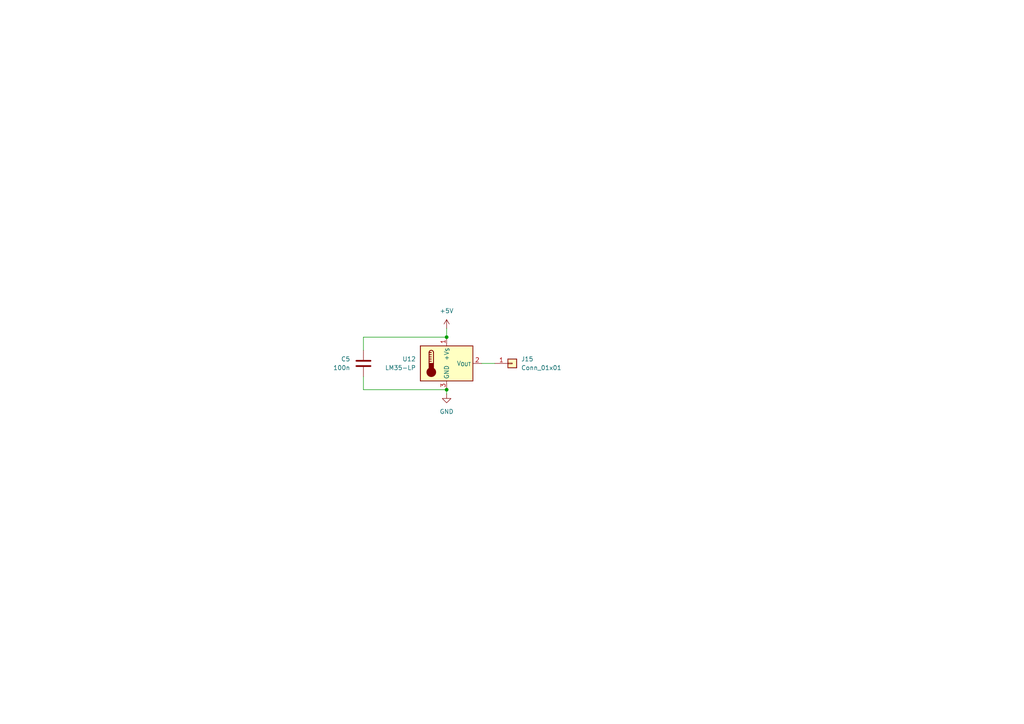
<source format=kicad_sch>
(kicad_sch (version 20250114) (generator "eeschema") (generator_version "9.0")
  (paper "A4")
  (lib_symbols
    (symbol "Connector_Generic:Conn_01x01" (pin_names (offset 1.016) (hide yes))
      (property "Reference" "J" (at 0 2.54 0))
      (property "Value" "Conn_01x01" (at 0 -2.54 0))
      (symbol "Conn_01x01_1_1"
        (rectangle (start -1.27 1.27) (end 1.27 -1.27) (stroke (width 0.254)) (fill (type background)))
        (rectangle (start -1.27 0.127) (end 0 -0.127) (stroke (width 0.1524)))
        (pin passive line (at -5.08 0 0) (length 3.81) (name "Pin_1") (number "1"))
      )
    )
    (symbol "Device:C" (pin_numbers (hide yes)) (pin_names (offset 0.254))
      (property "Reference" "C" (at 0.635 2.54 0))
      (property "Value" "C" (at 0.635 -2.54 0))
      (symbol "C_0_1"
        (polyline (pts (xy -2.032 0.762) (xy 2.032 0.762)) (stroke (width 0.508)))
        (polyline (pts (xy -2.032 -0.762) (xy 2.032 -0.762)) (stroke (width 0.508)))
      )
      (symbol "C_1_1"
        (pin passive line (at 0 3.81 270) (length 2.794) (name "~") (number "1"))
        (pin passive line (at 0 -3.81 90) (length 2.794) (name "~") (number "2"))
      )
    )
    (symbol "Sensor_Temperature:LM35-LP"
      (property "Reference" "U" (at -6.35 6.35 0))
      (property "Value" "LM35-LP" (at 1.27 6.35 0))
      (symbol "LM35-LP_0_1"
        (rectangle (start -7.62 5.08) (end 7.62 -5.08) (stroke (width 0.254)) (fill (type background)))
        (polyline (pts (xy -5.08 3.175) (xy -5.08 0)) (stroke (width 0.254)))
        (polyline (pts (xy -5.08 3.175) (xy -4.445 3.175)) (stroke (width 0.254)))
        (polyline (pts (xy -5.08 2.54) (xy -4.445 2.54)) (stroke (width 0.254)))
        (polyline (pts (xy -5.08 1.905) (xy -4.445 1.905)) (stroke (width 0.254)))
        (polyline (pts (xy -5.08 1.27) (xy -4.445 1.27)) (stroke (width 0.254)))
        (polyline (pts (xy -5.08 0.635) (xy -4.445 0.635)) (stroke (width 0.254)))
        (arc (start -5.08 3.175) (mid -4.445 3.8073) (end -3.81 3.175) (stroke (width 0.254)))
        (circle (center -4.445 -2.54) (radius 1.27) (stroke (width 0.254)) (fill (type outline)))
        (polyline (pts (xy -3.81 3.175) (xy -3.81 0)) (stroke (width 0.254)))
        (rectangle (start -3.81 -1.905) (end -5.08 0) (stroke (width 0.254)) (fill (type outline)))
      )
      (symbol "LM35-LP_1_1"
        (pin power_in line (at 0 7.62 270) (length 2.54) (name "+V_{S}") (number "1"))
        (pin power_in line (at 0 -7.62 90) (length 2.54) (name "GND") (number "3"))
        (pin output line (at 10.16 0 180) (length 2.54) (name "V_{OUT}") (number "2"))
      )
    )
    (symbol "power:+5V" (power) (pin_numbers (hide yes)) (pin_names (offset 0) (hide yes))
      (property "Value" "+5V" (at 0 3.556 0))
      (symbol "+5V_0_1"
        (polyline (pts (xy -0.762 1.27) (xy 0 2.54)))
        (polyline (pts (xy 0 2.54) (xy 0.762 1.27)))
        (polyline (pts (xy 0 0) (xy 0 2.54)))
      )
      (symbol "+5V_1_1"
        (pin power_in line (at 0 0 90) (length 0) (name "~") (number "1"))
      )
    )
    (symbol "power:GND" (power) (pin_numbers (hide yes)) (pin_names (offset 0) (hide yes))
      (property "Value" "GND" (at 0 -3.81 0))
      (symbol "GND_0_1"
        (polyline (pts (xy 0 0) (xy 0 -1.27) (xy 1.27 -1.27) (xy 0 -2.54) (xy -1.27 -1.27) (xy 0 -1.27)))
      )
      (symbol "GND_1_1"
        (pin power_in line (at 0 0 270) (length 0) (name "~") (number "1"))
      )
    )
  )
  (junction (at 129.54 97.79))
  (junction (at 129.54 113.03))
  (wire (pts (xy 143.51 105.41) (xy 139.7 105.41)))
  (wire (pts (xy 105.41 113.03) (xy 129.54 113.03)))
  (wire (pts (xy 129.54 114.3) (xy 129.54 113.03)))
  (wire (pts (xy 105.41 101.6) (xy 105.41 97.79)))
  (wire (pts (xy 129.54 95.25) (xy 129.54 97.79)))
  (wire (pts (xy 105.41 97.79) (xy 129.54 97.79)))
  (wire (pts (xy 105.41 109.22) (xy 105.41 113.03)))
  (symbol (lib_id "power:+5V") (at 129.54 95.25 0) (unit 1)
    (property "Reference" "#PWR025" (effects (hide yes)))
    (property "Value" "+5V" (at 129.54 90.17 0))
    (property "Description" "Power symbol creates a global label with name \"+5V\"" (effects (hide yes)))
  )
  (symbol (lib_id "Device:C") (at 105.41 105.41 0) (mirror y) (unit 1)
    (property "Reference" "C5" (at 101.6 104.1399 0) (effects (justify left)))
    (property "Value" "100n" (at 101.6 106.6799 0) (effects (justify left)))
    (property "Description" "Unpolarized capacitor" (effects (hide yes)))
  )
  (symbol (lib_id "power:GND") (at 129.54 114.3 0) (unit 1)
    (property "Reference" "#PWR026" (effects (hide yes)))
    (property "Value" "GND" (at 129.54 119.38 0))
    (property "Description" "Power symbol creates a global label with name \"GND\" , ground" (effects (hide yes)))
  )
  (symbol (lib_id "Sensor_Temperature:LM35-LP") (at 129.54 105.41 0) (unit 1)
    (property "Reference" "U12" (at 120.65 104.1399 0) (effects (justify right)))
    (property "Value" "LM35-LP" (at 120.65 106.6799 0) (effects (justify right)))
    (property "Footprint" "Package_TO_SOT_THT:TO-92_Inline" (effects (hide yes)))
    (property "Datasheet" "http://www.ti.com/lit/ds/symlink/lm35.pdf" (effects (hide yes)))
    (property "Description" "Precision centigrade temperature sensor, TO-92" (effects (hide yes)))
  )
  (symbol (lib_id "Connector_Generic:Conn_01x01") (at 148.59 105.41 0) (unit 1)
    (property "Reference" "J15" (at 151.13 104.1399 0) (effects (justify left)))
    (property "Value" "Conn_01x01" (at 151.13 106.6799 0) (effects (justify left)))
    (property "Description" "Generic connector, single row, 01x01, script generated (kicad-library-utils/schlib/autogen/connector/)" (effects (hide yes)))
  )
)
</source>
